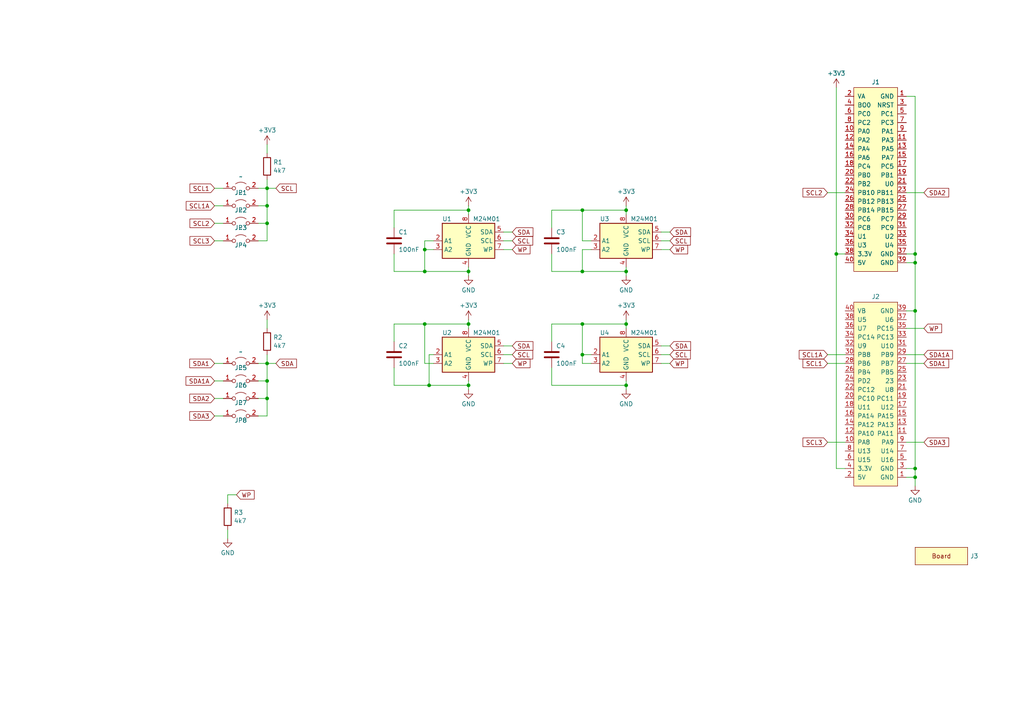
<source format=kicad_sch>
(kicad_sch (version 20230121) (generator eeschema)
  (paper "A4")
  (title_block (title "${TITLE}") (date "2023-08-20") (rev "${REVISION}") (company "${COMPANY}") (comment 1 "${URL}") (comment 2 "${AUTHOR}") (comment 3 "${AUTHOR_EMAIL}"))
  (lib_symbols
    (symbol "Device:C" (pin_numbers hide) (pin_names (offset 0.254))
      (property "Reference" "C" (at 0.635 2.54 0))
      (property "Value" "C" (at 0.635 -2.54 0))
      (symbol "C_0_1"
        (polyline (pts (xy -2.032 -0.762) (xy 2.032 -0.762)) (stroke (width 0.508)))
        (polyline (pts (xy -2.032 0.762) (xy 2.032 0.762)) (stroke (width 0.508)))
      )
      (symbol "C_1_1"
        (pin passive line (at 0 3.81 270) (length 2.794) (name "~") (number "1"))
        (pin passive line (at 0 -3.81 90) (length 2.794) (name "~") (number "2"))
      )
    )
    (symbol "Device:R" (pin_numbers hide) (pin_names (offset 0))
      (property "Reference" "R" (at 2.032 0 90))
      (property "Value" "R" (at 0 0 90))
      (symbol "R_0_1"
        (rectangle (start -1.016 -2.54) (end 1.016 2.54) (stroke (width 0.254)))
      )
      (symbol "R_1_1"
        (pin passive line (at 0 3.81 270) (length 1.27) (name "~") (number "1"))
        (pin passive line (at 0 -3.81 90) (length 1.27) (name "~") (number "2"))
      )
    )
    (symbol "Jumper:Jumper_2_Open" (pin_names (offset 0) hide)
      (property "Reference" "JP" (at 0 2.794 0))
      (property "Value" "Jumper_2_Open" (at 0 -2.286 0))
      (symbol "Jumper_2_Open_0_0"
        (circle (center -2.032 0) (radius 0.508))
        (circle (center 2.032 0) (radius 0.508))
      )
      (symbol "Jumper_2_Open_0_1"
        (arc (start 1.524 1.27) (mid 0 1.778) (end -1.524 1.27))
      )
      (symbol "Jumper_2_Open_1_1"
        (pin passive line (at -5.08 0 0) (length 2.54) (name "A") (number "1"))
        (pin passive line (at 5.08 0 180) (length 2.54) (name "B") (number "2"))
      )
    )
    (symbol "Memory_EEPROM:AT24CS04-SSHM"
      (property "Reference" "U" (at -7.62 6.35 0))
      (property "Value" "AT24CS04-SSHM" (at 2.54 -6.35 0))
      (symbol "AT24CS04-SSHM_1_1"
        (rectangle (start -7.62 5.08) (end 7.62 -5.08) (stroke (width 0.254)) (fill (type background)))
        (pin no_connect line (at -7.62 2.54 0) (length 2.54) hide (name "NC") (number "1"))
        (pin input line (at -10.16 0 0) (length 2.54) (name "A1") (number "2"))
        (pin input line (at -10.16 -2.54 0) (length 2.54) (name "A2") (number "3"))
        (pin power_in line (at 0 -7.62 90) (length 2.54) (name "GND") (number "4"))
        (pin bidirectional line (at 10.16 2.54 180) (length 2.54) (name "SDA") (number "5"))
        (pin input line (at 10.16 0 180) (length 2.54) (name "SCL") (number "6"))
        (pin input line (at 10.16 -2.54 180) (length 2.54) (name "WP") (number "7"))
        (pin power_in line (at 0 7.62 270) (length 2.54) (name "VCC") (number "8"))
      )
    )
    (symbol "power:+3V3" (power) (pin_names (offset 0))
      (property "Value" "+3V3" (at 0 3.556 0))
      (symbol "+3V3_0_1"
        (polyline (pts (xy -0.762 1.27) (xy 0 2.54)))
        (polyline (pts (xy 0 0) (xy 0 2.54)))
        (polyline (pts (xy 0 2.54) (xy 0.762 1.27)))
      )
      (symbol "+3V3_1_1"
        (pin power_in line (at 0 0 90) (length 0) hide (name "+3V3") (number "1"))
      )
    )
    (symbol "power:GND" (power) (pin_names (offset 0))
      (property "Value" "GND" (at 0 -3.81 0))
      (symbol "GND_0_1"
        (polyline (pts (xy 0 0) (xy 0 -1.27) (xy 1.27 -1.27) (xy 0 -2.54) (xy -1.27 -1.27) (xy 0 -1.27)))
      )
      (symbol "GND_1_1"
        (pin power_in line (at 0 0 270) (length 0) hide (name "GND") (number "1"))
      )
    )
    (symbol "stm32world:STM32WORLD_BOARD" (pin_names (offset 1.016))
      (property "Reference" "J" (at -6.35 3.81 0))
      (symbol "STM32WORLD_BOARD_0_0"
        (text "Board" (at 0 0 0) (effects (font (size 1.27 1.27))))
      )
      (symbol "STM32WORLD_BOARD_0_1"
        (rectangle (start -7.62 2.54) (end 7.62 -2.54) (stroke (width 0.1524)) (fill (type background)))
      )
    )
    (symbol "stm32world:STM32WORLD_CONNECTOR_1" (pin_names (offset 1.016))
      (property "Reference" "J" (at -6.35 27.94 0))
      (symbol "STM32WORLD_CONNECTOR_1_0_1"
        (rectangle (start -6.35 26.67) (end 6.35 -26.67) (fill (type background)))
      )
      (symbol "STM32WORLD_CONNECTOR_1_1_1"
        (pin passive line (at 8.89 24.13 180) (length 2.54) (name "GND") (number "1"))
        (pin passive line (at -8.89 13.97 0) (length 2.54) (name "PA0") (number "10"))
        (pin passive line (at 8.89 11.43 180) (length 2.54) (name "PA3") (number "11"))
        (pin passive line (at -8.89 11.43 0) (length 2.54) (name "PA2") (number "12"))
        (pin passive line (at 8.89 8.89 180) (length 2.54) (name "PA5") (number "13"))
        (pin passive line (at -8.89 8.89 0) (length 2.54) (name "PA4") (number "14"))
        (pin passive line (at 8.89 6.35 180) (length 2.54) (name "PA7") (number "15"))
        (pin passive line (at -8.89 6.35 0) (length 2.54) (name "PA6") (number "16"))
        (pin passive line (at 8.89 3.81 180) (length 2.54) (name "PC5") (number "17"))
        (pin passive line (at -8.89 3.81 0) (length 2.54) (name "PC4") (number "18"))
        (pin passive line (at 8.89 1.27 180) (length 2.54) (name "PB1") (number "19"))
        (pin passive line (at -8.89 24.13 0) (length 2.54) (name "VA") (number "2"))
        (pin passive line (at -8.89 1.27 0) (length 2.54) (name "PB0") (number "20"))
        (pin passive line (at 8.89 -1.27 180) (length 2.54) (name "U0") (number "21"))
        (pin passive line (at -8.89 -1.27 0) (length 2.54) (name "PB2") (number "22"))
        (pin passive line (at 8.89 -3.81 180) (length 2.54) (name "PB11") (number "23"))
        (pin passive line (at -8.89 -3.81 0) (length 2.54) (name "PB10") (number "24"))
        (pin passive line (at 8.89 -6.35 180) (length 2.54) (name "PB13") (number "25"))
        (pin passive line (at -8.89 -6.35 0) (length 2.54) (name "PB12") (number "26"))
        (pin passive line (at 8.89 -8.89 180) (length 2.54) (name "PB15") (number "27"))
        (pin passive line (at -8.89 -8.89 0) (length 2.54) (name "PB14") (number "28"))
        (pin passive line (at 8.89 -11.43 180) (length 2.54) (name "PC7") (number "29"))
        (pin passive line (at 8.89 21.59 180) (length 2.54) (name "NRST") (number "3"))
        (pin passive line (at -8.89 -11.43 0) (length 2.54) (name "PC6") (number "30"))
        (pin passive line (at 8.89 -13.97 180) (length 2.54) (name "PC9") (number "31"))
        (pin passive line (at -8.89 -13.97 0) (length 2.54) (name "PC8") (number "32"))
        (pin passive line (at 8.89 -16.51 180) (length 2.54) (name "U2") (number "33"))
        (pin passive line (at -8.89 -16.51 0) (length 2.54) (name "U1") (number "34"))
        (pin passive line (at 8.89 -19.05 180) (length 2.54) (name "U4") (number "35"))
        (pin passive line (at -8.89 -19.05 0) (length 2.54) (name "U3") (number "36"))
        (pin passive line (at 8.89 -21.59 180) (length 2.54) (name "GND") (number "37"))
        (pin passive line (at -8.89 -21.59 0) (length 2.54) (name "3.3V") (number "38"))
        (pin passive line (at 8.89 -24.13 180) (length 2.54) (name "GND") (number "39"))
        (pin passive line (at -8.89 21.59 0) (length 2.54) (name "BO0") (number "4"))
        (pin passive line (at -8.89 -24.13 0) (length 2.54) (name "5V") (number "40"))
        (pin passive line (at 8.89 19.05 180) (length 2.54) (name "PC1") (number "5"))
        (pin passive line (at -8.89 19.05 0) (length 2.54) (name "PC0") (number "6"))
        (pin passive line (at 8.89 16.51 180) (length 2.54) (name "PC3") (number "7"))
        (pin passive line (at -8.89 16.51 0) (length 2.54) (name "PC2") (number "8"))
        (pin passive line (at 8.89 13.97 180) (length 2.54) (name "PA1") (number "9"))
      )
    )
    (symbol "stm32world:STM32WORLD_CONNECTOR_2" (pin_names (offset 1.016))
      (property "Reference" "J" (at -5.08 27.94 0))
      (symbol "STM32WORLD_CONNECTOR_2_0_1"
        (rectangle (start 6.35 26.67) (end -6.35 -26.67) (fill (type background)))
      )
      (symbol "STM32WORLD_CONNECTOR_2_1_1"
        (pin passive line (at 8.89 -24.13 180) (length 2.54) (name "GND") (number "1"))
        (pin passive line (at -8.89 -13.97 0) (length 2.54) (name "PA8") (number "10"))
        (pin passive line (at 8.89 -11.43 180) (length 2.54) (name "PA11") (number "11"))
        (pin passive line (at -8.89 -11.43 0) (length 2.54) (name "PA10") (number "12"))
        (pin passive line (at 8.89 -8.89 180) (length 2.54) (name "PA13") (number "13"))
        (pin passive line (at -8.89 -8.89 0) (length 2.54) (name "PA12") (number "14"))
        (pin passive line (at 8.89 -6.35 180) (length 2.54) (name "PA15") (number "15"))
        (pin passive line (at -8.89 -6.35 0) (length 2.54) (name "PA14") (number "16"))
        (pin passive line (at 8.89 -3.81 180) (length 2.54) (name "U12") (number "17"))
        (pin passive line (at -8.89 -3.81 0) (length 2.54) (name "U11") (number "18"))
        (pin passive line (at 8.89 -1.27 180) (length 2.54) (name "PC11") (number "19"))
        (pin passive line (at -8.89 -24.13 0) (length 2.54) (name "5V") (number "2"))
        (pin passive line (at -8.89 -1.27 0) (length 2.54) (name "PC10") (number "20"))
        (pin passive line (at 8.89 1.27 180) (length 2.54) (name "U8") (number "21"))
        (pin passive line (at -8.89 1.27 0) (length 2.54) (name "PC12") (number "22"))
        (pin passive line (at 8.89 3.81 180) (length 2.54) (name "23") (number "23"))
        (pin passive line (at -8.89 3.81 0) (length 2.54) (name "PD2") (number "24"))
        (pin passive line (at 8.89 6.35 180) (length 2.54) (name "PB5") (number "25"))
        (pin passive line (at -8.89 6.35 0) (length 2.54) (name "PB4") (number "26"))
        (pin passive line (at 8.89 8.89 180) (length 2.54) (name "PB7") (number "27"))
        (pin passive line (at -8.89 8.89 0) (length 2.54) (name "PB6") (number "28"))
        (pin passive line (at 8.89 11.43 180) (length 2.54) (name "PB9") (number "29"))
        (pin passive line (at 8.89 -21.59 180) (length 2.54) (name "GND") (number "3"))
        (pin passive line (at -8.89 11.43 0) (length 2.54) (name "PB8") (number "30"))
        (pin passive line (at 8.89 13.97 180) (length 2.54) (name "U10") (number "31"))
        (pin passive line (at -8.89 13.97 0) (length 2.54) (name "U9") (number "32"))
        (pin passive line (at 8.89 16.51 180) (length 2.54) (name "PC13") (number "33"))
        (pin passive line (at -8.89 16.51 0) (length 2.54) (name "PC14") (number "34"))
        (pin passive line (at 8.89 19.05 180) (length 2.54) (name "PC15") (number "35"))
        (pin passive line (at -8.89 19.05 0) (length 2.54) (name "U7") (number "36"))
        (pin passive line (at 8.89 21.59 180) (length 2.54) (name "U6") (number "37"))
        (pin passive line (at -8.89 21.59 0) (length 2.54) (name "U5") (number "38"))
        (pin passive line (at 8.89 24.13 180) (length 2.54) (name "GND") (number "39"))
        (pin passive line (at -8.89 -21.59 0) (length 2.54) (name "3.3V") (number "4"))
        (pin passive line (at -8.89 24.13 0) (length 2.54) (name "VB") (number "40"))
        (pin passive line (at 8.89 -19.05 180) (length 2.54) (name "U16") (number "5"))
        (pin passive line (at -8.89 -19.05 0) (length 2.54) (name "U15") (number "6"))
        (pin passive line (at 8.89 -16.51 180) (length 2.54) (name "U14") (number "7"))
        (pin passive line (at -8.89 -16.51 0) (length 2.54) (name "U13") (number "8"))
        (pin passive line (at 8.89 -13.97 180) (length 2.54) (name "PA9") (number "9"))
      )
    )
  )
  (junction (at 135.89 60.96))
  (junction (at 135.89 93.98))
  (junction (at 135.89 78.74))
  (junction (at 123.19 78.74))
  (junction (at 77.47 59.69))
  (junction (at 168.91 60.96))
  (junction (at 181.61 78.74))
  (junction (at 77.47 64.77))
  (junction (at 168.91 102.87))
  (junction (at 181.61 60.96))
  (junction (at 77.47 110.49))
  (junction (at 181.61 93.98))
  (junction (at 168.91 93.98))
  (junction (at 77.47 115.57))
  (junction (at 265.43 135.89))
  (junction (at 123.19 72.39))
  (junction (at 265.43 73.66))
  (junction (at 265.43 76.2))
  (junction (at 265.43 90.17))
  (junction (at 242.57 73.66))
  (junction (at 123.19 93.98))
  (junction (at 135.89 111.76))
  (junction (at 265.43 138.43))
  (junction (at 77.47 54.61))
  (junction (at 77.47 105.41))
  (junction (at 181.61 111.76))
  (junction (at 168.91 78.74))
  (junction (at 124.46 111.76))
  (wire (pts (xy 146.05 69.85) (xy 148.59 69.85)))
  (wire (pts (xy 77.47 69.85) (xy 77.47 64.77)))
  (wire (pts (xy 77.47 120.65) (xy 77.47 115.57)))
  (wire (pts (xy 168.91 105.41) (xy 168.91 102.87)))
  (wire (pts (xy 124.46 102.87) (xy 124.46 111.76)))
  (wire (pts (xy 267.97 105.41) (xy 262.89 105.41)))
  (wire (pts (xy 240.03 102.87) (xy 245.11 102.87)))
  (wire (pts (xy 191.77 72.39) (xy 194.31 72.39)))
  (wire (pts (xy 265.43 27.94) (xy 262.89 27.94)))
  (wire (pts (xy 62.23 69.85) (xy 64.77 69.85)))
  (wire (pts (xy 168.91 72.39) (xy 171.45 72.39)))
  (wire (pts (xy 62.23 105.41) (xy 64.77 105.41)))
  (wire (pts (xy 135.89 78.74) (xy 135.89 80.01)))
  (wire (pts (xy 267.97 95.25) (xy 262.89 95.25)))
  (wire (pts (xy 77.47 64.77) (xy 77.47 59.69)))
  (wire (pts (xy 114.3 111.76) (xy 114.3 106.68)))
  (wire (pts (xy 80.01 105.41) (xy 77.47 105.41)))
  (wire (pts (xy 191.77 67.31) (xy 194.31 67.31)))
  (wire (pts (xy 77.47 59.69) (xy 77.47 54.61)))
  (wire (pts (xy 168.91 60.96) (xy 168.91 69.85)))
  (wire (pts (xy 135.89 111.76) (xy 135.89 113.03)))
  (wire (pts (xy 242.57 25.4) (xy 242.57 73.66)))
  (wire (pts (xy 114.3 78.74) (xy 114.3 73.66)))
  (wire (pts (xy 74.93 69.85) (xy 77.47 69.85)))
  (wire (pts (xy 262.89 138.43) (xy 265.43 138.43)))
  (wire (pts (xy 146.05 72.39) (xy 148.59 72.39)))
  (wire (pts (xy 181.61 93.98) (xy 181.61 95.25)))
  (wire (pts (xy 160.02 93.98) (xy 160.02 99.06)))
  (wire (pts (xy 135.89 110.49) (xy 135.89 111.76)))
  (wire (pts (xy 181.61 110.49) (xy 181.61 111.76)))
  (wire (pts (xy 160.02 111.76) (xy 181.61 111.76)))
  (wire (pts (xy 135.89 60.96) (xy 135.89 62.23)))
  (wire (pts (xy 262.89 135.89) (xy 265.43 135.89)))
  (wire (pts (xy 123.19 93.98) (xy 123.19 105.41)))
  (wire (pts (xy 66.04 156.21) (xy 66.04 153.67)))
  (wire (pts (xy 62.23 110.49) (xy 64.77 110.49)))
  (wire (pts (xy 265.43 135.89) (xy 265.43 90.17)))
  (wire (pts (xy 123.19 72.39) (xy 125.73 72.39)))
  (wire (pts (xy 77.47 52.07) (xy 77.47 54.61)))
  (wire (pts (xy 77.47 105.41) (xy 74.93 105.41)))
  (wire (pts (xy 68.58 143.51) (xy 66.04 143.51)))
  (wire (pts (xy 240.03 128.27) (xy 245.11 128.27)))
  (wire (pts (xy 181.61 111.76) (xy 181.61 113.03)))
  (wire (pts (xy 240.03 105.41) (xy 245.11 105.41)))
  (wire (pts (xy 62.23 59.69) (xy 64.77 59.69)))
  (wire (pts (xy 77.47 92.71) (xy 77.47 95.25)))
  (wire (pts (xy 77.47 102.87) (xy 77.47 105.41)))
  (wire (pts (xy 123.19 78.74) (xy 123.19 72.39)))
  (wire (pts (xy 191.77 69.85) (xy 194.31 69.85)))
  (wire (pts (xy 262.89 73.66) (xy 265.43 73.66)))
  (wire (pts (xy 267.97 55.88) (xy 262.89 55.88)))
  (wire (pts (xy 74.93 110.49) (xy 77.47 110.49)))
  (wire (pts (xy 181.61 93.98) (xy 168.91 93.98)))
  (wire (pts (xy 242.57 73.66) (xy 245.11 73.66)))
  (wire (pts (xy 135.89 77.47) (xy 135.89 78.74)))
  (wire (pts (xy 77.47 54.61) (xy 74.93 54.61)))
  (wire (pts (xy 262.89 76.2) (xy 265.43 76.2)))
  (wire (pts (xy 168.91 78.74) (xy 160.02 78.74)))
  (wire (pts (xy 80.01 54.61) (xy 77.47 54.61)))
  (wire (pts (xy 62.23 120.65) (xy 64.77 120.65)))
  (wire (pts (xy 265.43 76.2) (xy 265.43 73.66)))
  (wire (pts (xy 77.47 110.49) (xy 77.47 105.41)))
  (wire (pts (xy 146.05 67.31) (xy 148.59 67.31)))
  (wire (pts (xy 242.57 135.89) (xy 245.11 135.89)))
  (wire (pts (xy 114.3 60.96) (xy 114.3 66.04)))
  (wire (pts (xy 181.61 60.96) (xy 181.61 62.23)))
  (wire (pts (xy 265.43 138.43) (xy 265.43 135.89)))
  (wire (pts (xy 168.91 69.85) (xy 171.45 69.85)))
  (wire (pts (xy 74.93 64.77) (xy 77.47 64.77)))
  (wire (pts (xy 168.91 60.96) (xy 160.02 60.96)))
  (wire (pts (xy 123.19 78.74) (xy 114.3 78.74)))
  (wire (pts (xy 240.03 55.88) (xy 245.11 55.88)))
  (wire (pts (xy 74.93 59.69) (xy 77.47 59.69)))
  (wire (pts (xy 124.46 102.87) (xy 125.73 102.87)))
  (wire (pts (xy 114.3 111.76) (xy 124.46 111.76)))
  (wire (pts (xy 123.19 69.85) (xy 125.73 69.85)))
  (wire (pts (xy 168.91 93.98) (xy 168.91 102.87)))
  (wire (pts (xy 191.77 102.87) (xy 194.31 102.87)))
  (wire (pts (xy 135.89 93.98) (xy 135.89 95.25)))
  (wire (pts (xy 191.77 100.33) (xy 194.31 100.33)))
  (wire (pts (xy 262.89 90.17) (xy 265.43 90.17)))
  (wire (pts (xy 135.89 111.76) (xy 124.46 111.76)))
  (wire (pts (xy 265.43 90.17) (xy 265.43 76.2)))
  (wire (pts (xy 265.43 140.97) (xy 265.43 138.43)))
  (wire (pts (xy 267.97 128.27) (xy 262.89 128.27)))
  (wire (pts (xy 135.89 59.69) (xy 135.89 60.96)))
  (wire (pts (xy 181.61 92.71) (xy 181.61 93.98)))
  (wire (pts (xy 135.89 93.98) (xy 123.19 93.98)))
  (wire (pts (xy 265.43 73.66) (xy 265.43 27.94)))
  (wire (pts (xy 66.04 143.51) (xy 66.04 146.05)))
  (wire (pts (xy 160.02 78.74) (xy 160.02 73.66)))
  (wire (pts (xy 123.19 72.39) (xy 123.19 69.85)))
  (wire (pts (xy 181.61 77.47) (xy 181.61 78.74)))
  (wire (pts (xy 135.89 92.71) (xy 135.89 93.98)))
  (wire (pts (xy 77.47 41.91) (xy 77.47 44.45)))
  (wire (pts (xy 74.93 120.65) (xy 77.47 120.65)))
  (wire (pts (xy 146.05 102.87) (xy 148.59 102.87)))
  (wire (pts (xy 267.97 102.87) (xy 262.89 102.87)))
  (wire (pts (xy 191.77 105.41) (xy 194.31 105.41)))
  (wire (pts (xy 62.23 54.61) (xy 64.77 54.61)))
  (wire (pts (xy 181.61 78.74) (xy 168.91 78.74)))
  (wire (pts (xy 74.93 115.57) (xy 77.47 115.57)))
  (wire (pts (xy 125.73 105.41) (xy 123.19 105.41)))
  (wire (pts (xy 181.61 60.96) (xy 168.91 60.96)))
  (wire (pts (xy 62.23 64.77) (xy 64.77 64.77)))
  (wire (pts (xy 168.91 78.74) (xy 168.91 72.39)))
  (wire (pts (xy 146.05 100.33) (xy 148.59 100.33)))
  (wire (pts (xy 77.47 115.57) (xy 77.47 110.49)))
  (wire (pts (xy 135.89 60.96) (xy 114.3 60.96)))
  (wire (pts (xy 160.02 111.76) (xy 160.02 106.68)))
  (wire (pts (xy 168.91 93.98) (xy 160.02 93.98)))
  (wire (pts (xy 181.61 59.69) (xy 181.61 60.96)))
  (wire (pts (xy 114.3 93.98) (xy 114.3 99.06)))
  (wire (pts (xy 135.89 78.74) (xy 123.19 78.74)))
  (wire (pts (xy 62.23 115.57) (xy 64.77 115.57)))
  (wire (pts (xy 181.61 78.74) (xy 181.61 80.01)))
  (wire (pts (xy 168.91 102.87) (xy 171.45 102.87)))
  (wire (pts (xy 242.57 73.66) (xy 242.57 135.89)))
  (wire (pts (xy 123.19 93.98) (xy 114.3 93.98)))
  (wire (pts (xy 168.91 105.41) (xy 171.45 105.41)))
  (wire (pts (xy 146.05 105.41) (xy 148.59 105.41)))
  (wire (pts (xy 160.02 60.96) (xy 160.02 66.04)))
  (global_label "SCL2" (shape input) (at 240.03 55.88 180) (property "Intersheetrefs" "${INTERSHEET_REFS}" (effects hide)))
  (global_label "SCL" (shape input) (at 148.59 69.85 0) (property "Intersheetrefs" "${INTERSHEET_REFS}" (effects hide)))
  (global_label "WP" (shape input) (at 148.59 72.39 0) (property "Intersheetrefs" "${INTERSHEET_REFS}" (effects hide)))
  (global_label "SDA2" (shape input) (at 267.97 55.88 0) (property "Intersheetrefs" "${INTERSHEET_REFS}" (effects hide)))
  (global_label "SCL" (shape input) (at 194.31 102.87 0) (property "Intersheetrefs" "${INTERSHEET_REFS}" (effects hide)))
  (global_label "SDA1" (shape input) (at 62.23 105.41 180) (property "Intersheetrefs" "${INTERSHEET_REFS}" (effects hide)))
  (global_label "WP" (shape input) (at 194.31 72.39 0) (property "Intersheetrefs" "${INTERSHEET_REFS}" (effects hide)))
  (global_label "SDA" (shape input) (at 194.31 100.33 0) (property "Intersheetrefs" "${INTERSHEET_REFS}" (effects hide)))
  (global_label "SDA" (shape input) (at 80.01 105.41 0) (property "Intersheetrefs" "${INTERSHEET_REFS}" (effects hide)))
  (global_label "SDA3" (shape input) (at 62.23 120.65 180) (property "Intersheetrefs" "${INTERSHEET_REFS}" (effects hide)))
  (global_label "SCL1A" (shape input) (at 62.23 59.69 180) (property "Intersheetrefs" "${INTERSHEET_REFS}" (effects hide)))
  (global_label "SCL2" (shape input) (at 62.23 64.77 180) (property "Intersheetrefs" "${INTERSHEET_REFS}" (effects hide)))
  (global_label "SCL" (shape input) (at 148.59 102.87 0) (property "Intersheetrefs" "${INTERSHEET_REFS}" (effects hide)))
  (global_label "SDA1A" (shape input) (at 267.97 102.87 0) (property "Intersheetrefs" "${INTERSHEET_REFS}" (effects hide)))
  (global_label "SCL1" (shape input) (at 240.03 105.41 180) (property "Intersheetrefs" "${INTERSHEET_REFS}" (effects hide)))
  (global_label "SCL1" (shape input) (at 62.23 54.61 180) (property "Intersheetrefs" "${INTERSHEET_REFS}" (effects hide)))
  (global_label "SCL3" (shape input) (at 240.03 128.27 180) (property "Intersheetrefs" "${INTERSHEET_REFS}" (effects hide)))
  (global_label "WP" (shape input) (at 267.97 95.25 0) (property "Intersheetrefs" "${INTERSHEET_REFS}" (effects hide)))
  (global_label "SDA1" (shape input) (at 267.97 105.41 0) (property "Intersheetrefs" "${INTERSHEET_REFS}" (effects hide)))
  (global_label "SCL" (shape input) (at 80.01 54.61 0) (property "Intersheetrefs" "${INTERSHEET_REFS}" (effects hide)))
  (global_label "SCL" (shape input) (at 194.31 69.85 0) (property "Intersheetrefs" "${INTERSHEET_REFS}" (effects hide)))
  (global_label "SCL1A" (shape input) (at 240.03 102.87 180) (property "Intersheetrefs" "${INTERSHEET_REFS}" (effects hide)))
  (global_label "SDA3" (shape input) (at 267.97 128.27 0) (property "Intersheetrefs" "${INTERSHEET_REFS}" (effects hide)))
  (global_label "SDA" (shape input) (at 194.31 67.31 0) (property "Intersheetrefs" "${INTERSHEET_REFS}" (effects hide)))
  (global_label "SDA2" (shape input) (at 62.23 115.57 180) (property "Intersheetrefs" "${INTERSHEET_REFS}" (effects hide)))
  (global_label "SCL3" (shape input) (at 62.23 69.85 180) (property "Intersheetrefs" "${INTERSHEET_REFS}" (effects hide)))
  (global_label "WP" (shape input) (at 148.59 105.41 0) (property "Intersheetrefs" "${INTERSHEET_REFS}" (effects hide)))
  (global_label "WP" (shape input) (at 194.31 105.41 0) (property "Intersheetrefs" "${INTERSHEET_REFS}" (effects hide)))
  (global_label "SDA1A" (shape input) (at 62.23 110.49 180) (property "Intersheetrefs" "${INTERSHEET_REFS}" (effects hide)))
  (global_label "SDA" (shape input) (at 148.59 100.33 0) (property "Intersheetrefs" "${INTERSHEET_REFS}" (effects hide)))
  (global_label "SDA" (shape input) (at 148.59 67.31 0) (property "Intersheetrefs" "${INTERSHEET_REFS}" (effects hide)))
  (global_label "WP" (shape input) (at 68.58 143.51 0) (property "Intersheetrefs" "${INTERSHEET_REFS}" (effects hide)))
  (symbol (lib_id "Device:R") (at 66.04 149.86 0) (unit 1)
    (property "Reference" "R3" (at 67.818 148.6479 0) (effects (justify left)))
    (property "Value" "4k7" (at 67.818 151.0721 0) (effects (justify left)))
    (property "Footprint" "Resistor_SMD:R_0603_1608Metric" (effects hide))
    (property "LCSC" "C23162" (effects hide))
  )
  (symbol (lib_id "Device:C") (at 114.3 69.85 0) (unit 1)
    (property "Reference" "C1" (at 115.57 67.31 0) (effects (justify left)))
    (property "Value" "100nF" (at 115.57 72.39 0) (effects (justify left)))
    (property "Footprint" "Capacitor_SMD:C_0603_1608Metric" (effects hide))
    (property "LCSC" "C14663" (effects hide))
  )
  (symbol (lib_id "Memory_EEPROM:AT24CS04-SSHM") (at 181.61 102.87 0) (unit 1)
    (property "Reference" "U4" (at 173.99 96.52 0) (effects (justify left)))
    (property "Value" "M24M01" (at 182.88 96.52 0) (effects (justify left)))
    (property "Footprint" "Package_SO:SOIC-8_3.9x4.9mm_P1.27mm" (effects hide))
    (property "Datasheet" "http://ww1.microchip.com/downloads/en/DeviceDoc/Atmel-8766-SEEPROM-AT24CS04-08-Datasheet.pdf" (effects hide))
    (property "LCSC" "C79990" (effects hide))
  )
  (symbol (lib_id "Jumper:Jumper_2_Open") (at 69.85 69.85 0) (unit 1)
    (property "Reference" "JP4" (at 69.85 71.12 0))
    (property "Value" "~" (at 69.85 66.4789 0))
    (property "Footprint" "Jumper:SolderJumper-2_P1.3mm_Open_TrianglePad1.0x1.5mm" (effects hide))
  )
  (symbol (lib_id "power:+3V3") (at 77.47 92.71 0) (unit 1)
    (property "Reference" "#PWR012" (effects hide))
    (property "Value" "+3V3" (at 77.47 88.5769 0))
  )
  (symbol (lib_id "power:+3V3") (at 135.89 59.69 0) (unit 1)
    (property "Reference" "#PWR01" (effects hide))
    (property "Value" "+3V3" (at 135.89 55.5569 0))
  )
  (symbol (lib_id "stm32world:STM32WORLD_BOARD") (at 273.05 161.29 0) (unit 1)
    (property "Reference" "J3" (at 281.3812 161.29 0) (effects (justify left)))
    (property "Value" "STM32WORLD_BOARD" (effects hide))
    (property "Footprint" "stm32world:STM32WORLD_BOARD" (effects hide))
  )
  (symbol (lib_id "Jumper:Jumper_2_Open") (at 69.85 120.65 0) (unit 1)
    (property "Reference" "JP8" (at 69.85 121.92 0))
    (property "Value" "~" (at 69.85 117.2789 0))
    (property "Footprint" "Jumper:SolderJumper-2_P1.3mm_Open_TrianglePad1.0x1.5mm" (effects hide))
  )
  (symbol (lib_id "stm32world:STM32WORLD_CONNECTOR_2") (at 254 114.3 0) (unit 1)
    (property "Reference" "J2" (at 254 86.0369 0))
    (property "Value" "STM32WORLD_CONNECTOR_2" (effects hide))
    (property "Footprint" "stm32world:PinSocket_2x20_P2.54mm_Vertical_Stackable" (effects hide))
    (property "LCSC" "C35165" (effects hide))
  )
  (symbol (lib_id "Jumper:Jumper_2_Open") (at 69.85 105.41 0) (unit 1)
    (property "Reference" "JP5" (at 69.85 106.68 0))
    (property "Value" "~" (at 69.85 102.0389 0))
    (property "Footprint" "Jumper:SolderJumper-2_P1.3mm_Open_TrianglePad1.0x1.5mm" (effects hide))
  )
  (symbol (lib_id "Memory_EEPROM:AT24CS04-SSHM") (at 135.89 102.87 0) (unit 1)
    (property "Reference" "U2" (at 128.27 96.52 0) (effects (justify left)))
    (property "Value" "M24M01" (at 137.16 96.52 0) (effects (justify left)))
    (property "Footprint" "Package_SO:SOIC-8_3.9x4.9mm_P1.27mm" (effects hide))
    (property "Datasheet" "http://ww1.microchip.com/downloads/en/DeviceDoc/Atmel-8766-SEEPROM-AT24CS04-08-Datasheet.pdf" (effects hide))
    (property "LCSC" "C79990" (effects hide))
  )
  (symbol (lib_id "power:+3V3") (at 135.89 92.71 0) (unit 1)
    (property "Reference" "#PWR03" (effects hide))
    (property "Value" "+3V3" (at 135.89 88.5769 0))
  )
  (symbol (lib_id "power:+3V3") (at 242.57 25.4 0) (unit 1)
    (property "Reference" "#PWR09" (effects hide))
    (property "Value" "+3V3" (at 242.57 21.2669 0))
  )
  (symbol (lib_id "Jumper:Jumper_2_Open") (at 69.85 110.49 0) (unit 1)
    (property "Reference" "JP6" (at 69.85 111.76 0))
    (property "Value" "~" (at 69.85 107.1189 0))
    (property "Footprint" "Jumper:SolderJumper-2_P1.3mm_Open_TrianglePad1.0x1.5mm" (effects hide))
  )
  (symbol (lib_id "power:GND") (at 181.61 113.03 0) (unit 1)
    (property "Reference" "#PWR08" (effects hide))
    (property "Value" "GND" (at 181.61 117.1631 0))
  )
  (symbol (lib_id "stm32world:STM32WORLD_CONNECTOR_1") (at 254 52.07 0) (unit 1)
    (property "Reference" "J1" (at 254 23.8069 0))
    (property "Value" "STM32WORLD_CONNECTOR_1" (effects hide))
    (property "Footprint" "stm32world:PinSocket_2x20_P2.54mm_Vertical_Stackable" (effects hide))
    (property "LCSC" "C35165" (effects hide))
  )
  (symbol (lib_id "power:GND") (at 66.04 156.21 0) (unit 1)
    (property "Reference" "#PWR013" (effects hide))
    (property "Value" "GND" (at 66.04 160.3431 0))
  )
  (symbol (lib_id "Jumper:Jumper_2_Open") (at 69.85 115.57 0) (unit 1)
    (property "Reference" "JP7" (at 69.85 116.84 0))
    (property "Value" "~" (at 69.85 112.1989 0))
    (property "Footprint" "Jumper:SolderJumper-2_P1.3mm_Open_TrianglePad1.0x1.5mm" (effects hide))
  )
  (symbol (lib_id "power:GND") (at 265.43 140.97 0) (unit 1)
    (property "Reference" "#PWR010" (effects hide))
    (property "Value" "GND" (at 265.43 145.1031 0))
  )
  (symbol (lib_id "Jumper:Jumper_2_Open") (at 69.85 54.61 0) (unit 1)
    (property "Reference" "JP1" (at 69.85 55.88 0))
    (property "Value" "~" (at 69.85 51.2389 0))
    (property "Footprint" "Jumper:SolderJumper-2_P1.3mm_Open_TrianglePad1.0x1.5mm" (effects hide))
  )
  (symbol (lib_id "Device:C") (at 114.3 102.87 0) (unit 1)
    (property "Reference" "C2" (at 115.57 100.33 0) (effects (justify left)))
    (property "Value" "100nF" (at 115.57 105.41 0) (effects (justify left)))
    (property "Footprint" "Capacitor_SMD:C_0603_1608Metric" (effects hide))
    (property "LCSC" "C14663" (effects hide))
  )
  (symbol (lib_id "power:+3V3") (at 181.61 92.71 0) (unit 1)
    (property "Reference" "#PWR07" (effects hide))
    (property "Value" "+3V3" (at 181.61 88.5769 0))
  )
  (symbol (lib_id "power:+3V3") (at 181.61 59.69 0) (unit 1)
    (property "Reference" "#PWR05" (effects hide))
    (property "Value" "+3V3" (at 181.61 55.5569 0))
  )
  (symbol (lib_id "Device:C") (at 160.02 69.85 0) (unit 1)
    (property "Reference" "C3" (at 161.29 67.31 0) (effects (justify left)))
    (property "Value" "100nF" (at 161.29 72.39 0) (effects (justify left)))
    (property "Footprint" "Capacitor_SMD:C_0603_1608Metric" (effects hide))
    (property "LCSC" "C14663" (effects hide))
  )
  (symbol (lib_id "Memory_EEPROM:AT24CS04-SSHM") (at 135.89 69.85 0) (unit 1)
    (property "Reference" "U1" (at 128.27 63.5 0) (effects (justify left)))
    (property "Value" "M24M01" (at 137.16 63.5 0) (effects (justify left)))
    (property "Footprint" "Package_SO:SOIC-8_3.9x4.9mm_P1.27mm" (effects hide))
    (property "Datasheet" "http://ww1.microchip.com/downloads/en/DeviceDoc/Atmel-8766-SEEPROM-AT24CS04-08-Datasheet.pdf" (effects hide))
    (property "LCSC" "C79990" (effects hide))
  )
  (symbol (lib_id "Memory_EEPROM:AT24CS04-SSHM") (at 181.61 69.85 0) (unit 1)
    (property "Reference" "U3" (at 173.99 63.5 0) (effects (justify left)))
    (property "Value" "M24M01" (at 182.88 63.5 0) (effects (justify left)))
    (property "Footprint" "Package_SO:SOIC-8_3.9x4.9mm_P1.27mm" (effects hide))
    (property "Datasheet" "http://ww1.microchip.com/downloads/en/DeviceDoc/Atmel-8766-SEEPROM-AT24CS04-08-Datasheet.pdf" (effects hide))
    (property "LCSC" "C79990" (effects hide))
  )
  (symbol (lib_id "Device:R") (at 77.47 99.06 0) (unit 1)
    (property "Reference" "R2" (at 79.248 97.8479 0) (effects (justify left)))
    (property "Value" "4k7" (at 79.248 100.2721 0) (effects (justify left)))
    (property "Footprint" "Resistor_SMD:R_0603_1608Metric" (effects hide))
    (property "LCSC" "C23162" (effects hide))
  )
  (symbol (lib_id "Device:R") (at 77.47 48.26 0) (unit 1)
    (property "Reference" "R1" (at 79.248 47.0479 0) (effects (justify left)))
    (property "Value" "4k7" (at 79.248 49.4721 0) (effects (justify left)))
    (property "Footprint" "Resistor_SMD:R_0603_1608Metric" (effects hide))
    (property "LCSC" "C23162" (effects hide))
  )
  (symbol (lib_id "Device:C") (at 160.02 102.87 0) (unit 1)
    (property "Reference" "C4" (at 161.29 100.33 0) (effects (justify left)))
    (property "Value" "100nF" (at 161.29 105.41 0) (effects (justify left)))
    (property "Footprint" "Capacitor_SMD:C_0603_1608Metric" (effects hide))
    (property "LCSC" "C14663" (effects hide))
  )
  (symbol (lib_id "Jumper:Jumper_2_Open") (at 69.85 64.77 0) (unit 1)
    (property "Reference" "JP3" (at 69.85 66.04 0))
    (property "Value" "~" (at 69.85 61.3989 0))
    (property "Footprint" "Jumper:SolderJumper-2_P1.3mm_Open_TrianglePad1.0x1.5mm" (effects hide))
  )
  (symbol (lib_id "power:GND") (at 181.61 80.01 0) (unit 1)
    (property "Reference" "#PWR06" (effects hide))
    (property "Value" "GND" (at 181.61 84.1431 0))
  )
  (symbol (lib_id "Jumper:Jumper_2_Open") (at 69.85 59.69 0) (unit 1)
    (property "Reference" "JP2" (at 69.85 60.96 0))
    (property "Value" "~" (at 69.85 56.3189 0))
    (property "Footprint" "Jumper:SolderJumper-2_P1.3mm_Open_TrianglePad1.0x1.5mm" (effects hide))
  )
  (symbol (lib_id "power:GND") (at 135.89 113.03 0) (unit 1)
    (property "Reference" "#PWR04" (effects hide))
    (property "Value" "GND" (at 135.89 117.1631 0))
  )
  (symbol (lib_id "power:+3V3") (at 77.47 41.91 0) (unit 1)
    (property "Reference" "#PWR011" (effects hide))
    (property "Value" "+3V3" (at 77.47 37.7769 0))
  )
  (symbol (lib_id "power:GND") (at 135.89 80.01 0) (unit 1)
    (property "Reference" "#PWR02" (effects hide))
    (property "Value" "GND" (at 135.89 84.1431 0))
  )
)
</source>
